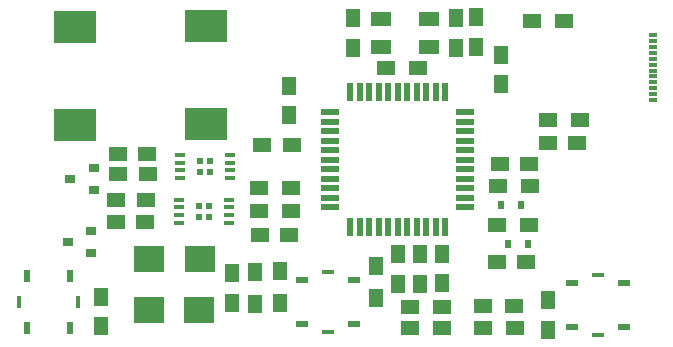
<source format=gtp>
G04 #@! TF.FileFunction,Paste,Top*
%FSLAX46Y46*%
G04 Gerber Fmt 4.6, Leading zero omitted, Abs format (unit mm)*
G04 Created by KiCad (PCBNEW 4.0.7) date 05/22/18 09:46:34*
%MOMM*%
%LPD*%
G01*
G04 APERTURE LIST*
%ADD10C,0.100000*%
%ADD11R,1.500000X1.250000*%
%ADD12R,1.250000X1.500000*%
%ADD13R,2.500000X2.300000*%
%ADD14R,0.900000X0.800000*%
%ADD15R,0.600000X0.800000*%
%ADD16R,0.700000X0.300000*%
%ADD17R,3.600000X2.700000*%
%ADD18R,1.500000X1.300000*%
%ADD19R,1.300000X1.500000*%
%ADD20R,1.000000X0.600000*%
%ADD21R,1.000000X0.450000*%
%ADD22R,0.600000X1.000000*%
%ADD23R,0.450000X1.000000*%
%ADD24R,1.500000X0.550000*%
%ADD25R,0.550000X1.500000*%
%ADD26R,0.890000X0.420000*%
%ADD27R,0.504000X0.564000*%
%ADD28R,1.800000X1.200000*%
G04 APERTURE END LIST*
D10*
D11*
X124911800Y-43053000D03*
X127411800Y-43053000D03*
D12*
X108458000Y-34955800D03*
X108458000Y-32455800D03*
X117119400Y-32455800D03*
X117119400Y-34955800D03*
X112242600Y-54945600D03*
X112242600Y-52445600D03*
D11*
X120847800Y-44780200D03*
X123347800Y-44780200D03*
X103053200Y-50800000D03*
X100553200Y-50800000D03*
D12*
X120954800Y-35580000D03*
X120954800Y-38080000D03*
X87096600Y-56052400D03*
X87096600Y-58552400D03*
D11*
X90886600Y-47879000D03*
X88386600Y-47879000D03*
X120619200Y-53136800D03*
X123119200Y-53136800D03*
D12*
X124917200Y-56357200D03*
X124917200Y-58857200D03*
D11*
X88539000Y-45694600D03*
X91039000Y-45694600D03*
X91013600Y-43942000D03*
X88513600Y-43942000D03*
X88361200Y-49707800D03*
X90861200Y-49707800D03*
D12*
X118846600Y-34879600D03*
X118846600Y-32379600D03*
X98221800Y-54045800D03*
X98221800Y-56545800D03*
X102997000Y-38196200D03*
X102997000Y-40696200D03*
D11*
X103256400Y-43180000D03*
X100756400Y-43180000D03*
D12*
X114071400Y-52445600D03*
X114071400Y-54945600D03*
X115951000Y-52394800D03*
X115951000Y-54894800D03*
D13*
X91118800Y-57175400D03*
X95418800Y-57175400D03*
D14*
X86496400Y-47051000D03*
X86496400Y-45151000D03*
X84496400Y-46101000D03*
D15*
X122693800Y-48285400D03*
X120993800Y-48285400D03*
X123252600Y-51612800D03*
X121552600Y-51612800D03*
D13*
X91144200Y-52882800D03*
X95444200Y-52882800D03*
D14*
X86267800Y-52359600D03*
X86267800Y-50459600D03*
X84267800Y-51409600D03*
D16*
X133867200Y-39402200D03*
X133867200Y-38902200D03*
X133867200Y-38402200D03*
X133867200Y-37902200D03*
X133867200Y-37402200D03*
X133867200Y-36902200D03*
X133867200Y-36402200D03*
X133867200Y-33902200D03*
X133867200Y-34902200D03*
X133867200Y-35402200D03*
X133867200Y-35902200D03*
X133867200Y-34402200D03*
D17*
X96012000Y-33111800D03*
X96012000Y-41411800D03*
D18*
X124964200Y-41046400D03*
X127664200Y-41046400D03*
D17*
X84912200Y-33188000D03*
X84912200Y-41488000D03*
D18*
X123447800Y-46634400D03*
X120747800Y-46634400D03*
D19*
X102260400Y-56569600D03*
X102260400Y-53869600D03*
D18*
X126267200Y-32689800D03*
X123567200Y-32689800D03*
D19*
X100126800Y-56671200D03*
X100126800Y-53971200D03*
X110388400Y-56163200D03*
X110388400Y-53463200D03*
D18*
X103204000Y-46863000D03*
X100504000Y-46863000D03*
X103204000Y-48768000D03*
X100504000Y-48768000D03*
X113254800Y-58674000D03*
X115954800Y-58674000D03*
X122127000Y-58724800D03*
X119427000Y-58724800D03*
X113254800Y-56946800D03*
X115954800Y-56946800D03*
X123346200Y-49936400D03*
X120646200Y-49936400D03*
X111248200Y-36703000D03*
X113948200Y-36703000D03*
X122101600Y-56794400D03*
X119401600Y-56794400D03*
D20*
X108473600Y-58365000D03*
X104073600Y-58365000D03*
X104073600Y-54665000D03*
X108473600Y-54665000D03*
D21*
X106273600Y-59040000D03*
X106273600Y-53990000D03*
D22*
X80801600Y-58689600D03*
X80801600Y-54289600D03*
X84501600Y-54289600D03*
X84501600Y-58689600D03*
D23*
X80126600Y-56489600D03*
X85176600Y-56489600D03*
D20*
X131359000Y-58619000D03*
X126959000Y-58619000D03*
X126959000Y-54919000D03*
X131359000Y-54919000D03*
D21*
X129159000Y-59294000D03*
X129159000Y-54244000D03*
D24*
X117917200Y-48450000D03*
X117917200Y-47650000D03*
X117917200Y-46850000D03*
X117917200Y-46050000D03*
X117917200Y-45250000D03*
X117917200Y-44450000D03*
X117917200Y-43650000D03*
X117917200Y-42850000D03*
X117917200Y-42050000D03*
X117917200Y-41250000D03*
X117917200Y-40450000D03*
D25*
X116217200Y-38750000D03*
X115417200Y-38750000D03*
X114617200Y-38750000D03*
X113817200Y-38750000D03*
X113017200Y-38750000D03*
X112217200Y-38750000D03*
X111417200Y-38750000D03*
X110617200Y-38750000D03*
X109817200Y-38750000D03*
X109017200Y-38750000D03*
X108217200Y-38750000D03*
D24*
X106517200Y-40450000D03*
X106517200Y-41250000D03*
X106517200Y-42050000D03*
X106517200Y-42850000D03*
X106517200Y-43650000D03*
X106517200Y-44450000D03*
X106517200Y-45250000D03*
X106517200Y-46050000D03*
X106517200Y-46850000D03*
X106517200Y-47650000D03*
X106517200Y-48450000D03*
D25*
X108217200Y-50150000D03*
X109017200Y-50150000D03*
X109817200Y-50150000D03*
X110617200Y-50150000D03*
X111417200Y-50150000D03*
X112217200Y-50150000D03*
X113017200Y-50150000D03*
X113817200Y-50150000D03*
X114617200Y-50150000D03*
X115417200Y-50150000D03*
X116217200Y-50150000D03*
D26*
X97939200Y-49793800D03*
X97939200Y-49143800D03*
X97939200Y-48493800D03*
X97939200Y-47843800D03*
X93729200Y-47843800D03*
X93729200Y-48493800D03*
X93729200Y-49143800D03*
X93729200Y-49793800D03*
D27*
X95414200Y-48348800D03*
X95414200Y-49288800D03*
X96254200Y-48348800D03*
X96254200Y-49288800D03*
D26*
X98015400Y-46009200D03*
X98015400Y-45359200D03*
X98015400Y-44709200D03*
X98015400Y-44059200D03*
X93805400Y-44059200D03*
X93805400Y-44709200D03*
X93805400Y-45359200D03*
X93805400Y-46009200D03*
D27*
X95490400Y-44564200D03*
X95490400Y-45504200D03*
X96330400Y-44564200D03*
X96330400Y-45504200D03*
D28*
X110826800Y-34905800D03*
X114826800Y-34905800D03*
X114826800Y-32505800D03*
X110826800Y-32505800D03*
M02*

</source>
